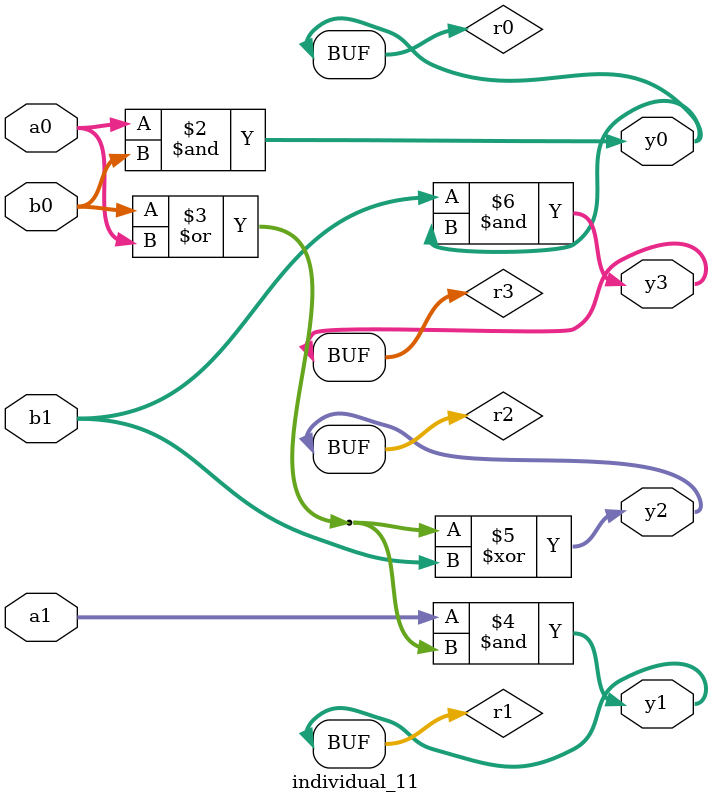
<source format=sv>
module individual_11(input logic [15:0] a1, input logic [15:0] a0, input logic [15:0] b1, input logic [15:0] b0, output logic [15:0] y3, output logic [15:0] y2, output logic [15:0] y1, output logic [15:0] y0);
logic [15:0] r0, r1, r2, r3; 
 always@(*) begin 
	 r0 = a0; r1 = a1; r2 = b0; r3 = b1; 
 	 r0  &=  r2 ;
 	 r2  |=  a0 ;
 	 r1  &=  r2 ;
 	 r2  ^=  r3 ;
 	 r3  &=  r0 ;
 	 y3 = r3; y2 = r2; y1 = r1; y0 = r0; 
end
endmodule
</source>
